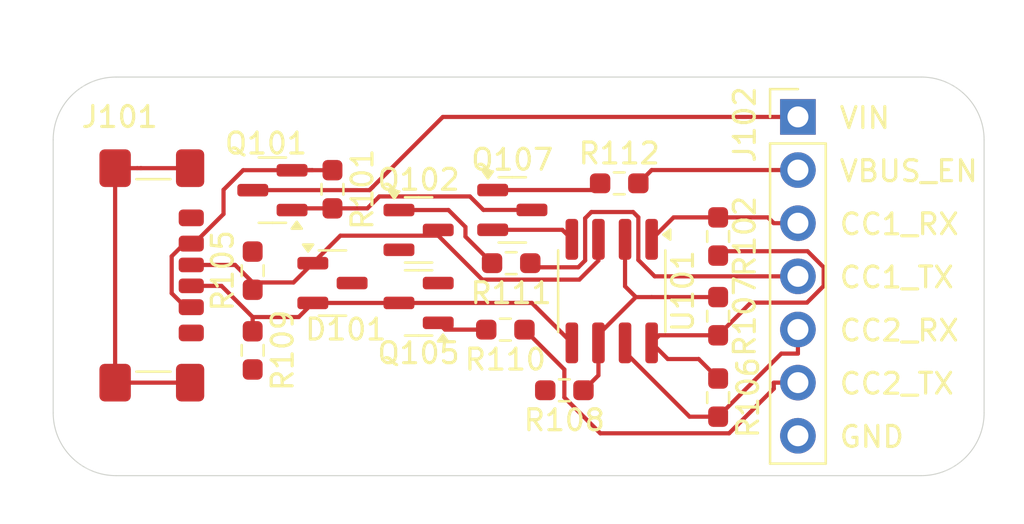
<source format=kicad_pcb>
(kicad_pcb (version 20240108) (generator "pcbnew") (generator_version "8.0")
  (layers (0 "F.Cu" signal) (1 "In1.Cu" power) (2 "In2.Cu" power) (31 "B.Cu" signal) (34 "B.Paste" user) (35 "F.Paste" user) (36 "B.SilkS" user "B.Silkscreen") (37 "F.SilkS" user "F.Silkscreen") (38 "B.Mask" user) (39 "F.Mask" user) (44 "Edge.Cuts" user))
  (net 0 "")
  (net 1 "/USB_CC2")
  (net 2 "/USB_CC1")
  (net 3 "GND")
  (net 4 "/VBUS")
  (net 5 "unconnected-(J101-SHIELD-PadS1)")
  (net 6 "Net-(Q101-B)")
  (net 7 "/VIN")
  (net 8 "Net-(Q102-B)")
  (net 9 "Net-(Q105-B)")
  (net 10 "Net-(Q107-B)")
  (net 11 "+3V3")
  (net 12 "/RP2040_CC1_RX")
  (net 13 "/RP2040_CC2_RX")
  (net 14 "/275mV")
  (net 15 "/RP2040_CC2_TX")
  (net 16 "/RP2040_VBUS_EN")
  (net 17 "/RP2040_CC1_TX")
  (footprint "Connector_PinHeader_2.54mm:PinHeader_1x07_P2.54mm_Vertical" (layer "F.Cu") (at 124.46 63.5)
    (property "Reference" "J102" (at -2.54 0.3633 90) (layer "F.SilkS"))
    (property "Value" "Conn_01x07")
    (fp_line (start -1.33 -1.33) (end 0 -1.33) (stroke (width 0.12)) (layer "F.SilkS"))
    (fp_line (start -1.33 0) (end -1.33 -1.33) (stroke (width 0.12)) (layer "F.SilkS"))
    (fp_line (start -1.33 1.27) (end -1.33 16.57) (stroke (width 0.12)) (layer "F.SilkS"))
    (fp_line (start -1.33 1.27) (end 1.33 1.27) (stroke (width 0.12)) (layer "F.SilkS"))
    (fp_line (start -1.33 16.57) (end 1.33 16.57) (stroke (width 0.12)) (layer "F.SilkS"))
    (fp_line (start 1.33 1.27) (end 1.33 16.57) (stroke (width 0.12)) (layer "F.SilkS"))
    (pad "1" thru_hole rect (at 0 0) (size 1.7 1.7) (drill 1) (layers "*.Cu" "*.Mask") (net 7 "/VIN"))
    (pad "2" thru_hole oval (at 0 2.54) (size 1.7 1.7) (drill 1) (layers "*.Cu" "*.Mask") (net 16 "/RP2040_VBUS_EN"))
    (pad "3" thru_hole oval (at 0 5.08) (size 1.7 1.7) (drill 1) (layers "*.Cu" "*.Mask") (net 12 "/RP2040_CC1_RX"))
    (pad "4" thru_hole oval (at 0 7.62) (size 1.7 1.7) (drill 1) (layers "*.Cu" "*.Mask") (net 17 "/RP2040_CC1_TX"))
    (pad "5" thru_hole oval (at 0 10.16) (size 1.7 1.7) (drill 1) (layers "*.Cu" "*.Mask") (net 13 "/RP2040_CC2_RX"))
    (pad "6" thru_hole oval (at 0 12.7) (size 1.7 1.7) (drill 1) (layers "*.Cu" "*.Mask") (net 15 "/RP2040_CC2_TX"))
    (pad "7" thru_hole oval (at 0 15.24) (size 1.7 1.7) (drill 1) (layers "*.Cu" "*.Mask") (net 3 "GND"))
  )
  (footprint "Package_TO_SOT_SMD:SOT-23" (layer "F.Cu") (at 110.8225 67.945)
    (property "Reference" "Q107" (at 0 -2.4 0) (layer "F.SilkS"))
    (property "Value" "MMBT3904")
    (fp_line (start 0 -1.56) (end -0.65 -1.56) (stroke (width 0.12)) (layer "F.SilkS"))
    (fp_line (start 0 -1.56) (end 0.65 -1.56) (stroke (width 0.12)) (layer "F.SilkS"))
    (fp_line (start 0 1.56) (end -0.65 1.56) (stroke (width 0.12)) (layer "F.SilkS"))
    (fp_line (start 0 1.56) (end 0.65 1.56) (stroke (width 0.12)) (layer "F.SilkS"))
    (fp_poly (pts (xy -1.1625 -1.51) (xy -1.4025 -1.84) (xy -0.9225 -1.84) (xy -1.1625 -1.51)) (stroke (width 0.12)) (fill solid) (layer "F.SilkS"))
    (pad "1" smd roundrect (at -0.9375 -0.95) (size 1.475 0.6) (layers "F.Cu" "F.Paste" "F.Mask") (net 10 "Net-(Q107-B)"))
    (pad "2" smd roundrect (at -0.9375 0.95) (size 1.475 0.6) (layers "F.Cu" "F.Paste" "F.Mask") (net 3 "GND"))
    (pad "3" smd roundrect (at 0.9375 0) (size 1.475 0.6) (layers "F.Cu" "F.Paste" "F.Mask") (net 6 "Net-(Q101-B)"))
  )
  (footprint "Package_TO_SOT_SMD:SOT-23" (layer "F.Cu") (at 102.235 71.4408)
    (property "Reference" "D101" (at 0.635 2.2192 0) (layer "F.SilkS"))
    (property "Value" "SP0502BAHT")
    (fp_line (start 0 -1.560001) (end -0.65 -1.56) (stroke (width 0.12)) (layer "F.SilkS"))
    (fp_line (start 0 -1.560001) (end 0.65 -1.56) (stroke (width 0.12)) (layer "F.SilkS"))
    (fp_line (start 0 1.560001) (end -0.65 1.56) (stroke (width 0.12)) (layer "F.SilkS"))
    (fp_line (start 0 1.560001) (end 0.65 1.56) (stroke (width 0.12)) (layer "F.SilkS"))
    (fp_poly (pts (xy -1.1625 -1.51) (xy -1.4025 -1.84) (xy -0.9225 -1.839999) (xy -1.1625 -1.51)) (stroke (width 0.12)) (fill solid) (layer "F.SilkS"))
    (pad "1" smd roundrect (at -0.9375 -0.95) (size 1.475 0.6) (layers "F.Cu" "F.Paste" "F.Mask") (net 2 "/USB_CC1"))
    (pad "2" smd roundrect (at -0.9375 0.95) (size 1.475 0.6) (layers "F.Cu" "F.Paste" "F.Mask") (net 1 "/USB_CC2"))
    (pad "3" smd roundrect (at 0.937501 0) (size 1.475 0.6) (layers "F.Cu" "F.Paste" "F.Mask") (net 3 "GND"))
  )
  (footprint "Connector_USB:USB_C_Receptacle_GCT_USB4135-GF-A_6P_TopMnt_Horizontal" (layer "F.Cu") (at 92.46 71.075 -90)
    (property "Reference" "J101" (at -7.575 0.385 0) (layer "F.SilkS"))
    (property "Value" "USB_C_Receptacle_USB2.0_14P")
    (fp_line (start -4.6 -2.04) (end -4.6 -0.41) (stroke (width 0.12)) (layer "F.SilkS"))
    (fp_line (start 4.6 -2.04) (end 4.6 -0.41) (stroke (width 0.12)) (layer "F.SilkS"))
    (pad "A5" smd roundrect (at -0.5 -3.0325 270) (size 0.7 1.2) (layers "F.Cu" "F.Paste" "F.Mask") (net 2 "/USB_CC1"))
    (pad "A9" smd roundrect (at 1.52 -3.0325 90) (size 0.76 1.2) (layers "F.Cu" "F.Paste" "F.Mask") (net 4 "/VBUS"))
    (pad "A12" smd roundrect (at 2.75 -3.0325 90) (size 0.8 1.2) (layers "F.Cu" "F.Paste" "F.Mask") (net 3 "GND"))
    (pad "B5" smd roundrect (at 0.5 -3.0325 90) (size 0.7 1.2) (layers "F.Cu" "F.Paste" "F.Mask") (net 1 "/USB_CC2"))
    (pad "B9" smd roundrect (at -1.52 -3.0325 270) (size 0.76 1.2) (layers "F.Cu" "F.Paste" "F.Mask") (net 4 "/VBUS"))
    (pad "B12" smd roundrect (at -2.75 -3.0325 270) (size 0.8 1.2) (layers "F.Cu" "F.Paste" "F.Mask") (net 3 "GND"))
    (pad "S1" smd roundrect (at -5.125 -2.9775 270) (size 1.8 1.35) (layers "F.Cu" "F.Paste" "F.Mask") (roundrect_rratio 0.1851851852) (net 5 "unconnected-(J101-SHIELD-PadS1)"))
    (pad "S1" smd roundrect (at -5.125 0.6025 270) (size 1.8 1.5) (layers "F.Cu" "F.Paste" "F.Mask") (roundrect_rratio 0.1666666667) (net 5 "unconnected-(J101-SHIELD-PadS1)"))
    (pad "S1" smd roundrect (at 5.125 -2.9775 270) (size 1.8 1.35) (layers "F.Cu" "F.Paste" "F.Mask") (roundrect_rratio 0.1851851852) (net 5 "unconnected-(J101-SHIELD-PadS1)"))
    (pad "S1" smd roundrect (at 5.125 0.6025 270) (size 1.8 1.5) (layers "F.Cu" "F.Paste" "F.Mask") (roundrect_rratio 0.1666666667) (net 5 "unconnected-(J101-SHIELD-PadS1)"))
  )
  (footprint "Resistor_SMD:R_0603_1608Metric_Pad0.98x0.95mm_HandSolder" (layer "F.Cu") (at 98.425 70.8483 90)
    (property "Reference" "R105" (at 0 -1.43 90) (layer "F.SilkS"))
    (property "Value" "5k1")
    (fp_line (start -0.254724 -0.5225) (end 0.254724 -0.5225) (stroke (width 0.12)) (layer "F.SilkS"))
    (fp_line (start -0.254724 0.5225) (end 0.254724 0.5225) (stroke (width 0.12)) (layer "F.SilkS"))
    (pad "1" smd roundrect (at -0.9125 0 90) (size 0.975 0.95) (layers "F.Cu" "F.Paste" "F.Mask") (net 2 "/USB_CC1"))
    (pad "2" smd roundrect (at 0.9125 0 90) (size 0.975 0.95) (layers "F.Cu" "F.Paste" "F.Mask") (net 3 "GND"))
  )
  (footprint "Package_TO_SOT_SMD:SOT-23" (layer "F.Cu") (at 99.3675 67.0008 180)
    (property "Reference" "Q101" (at 0.3075 2.2308 0) (layer "F.SilkS"))
    (property "Value" "MMBT3906")
    (fp_line (start 0 1.560001) (end 0.65 1.56) (stroke (width 0.12)) (layer "F.SilkS"))
    (fp_line (start 0 1.560001) (end -0.65 1.56) (stroke (width 0.12)) (layer "F.SilkS"))
    (fp_line (start 0 -1.560001) (end 0.65 -1.56) (stroke (width 0.12)) (layer "F.SilkS"))
    (fp_line (start 0 -1.560001) (end -0.65 -1.56) (stroke (width 0.12)) (layer "F.SilkS"))
    (fp_poly (pts (xy -1.1625 -1.51) (xy -1.4025 -1.84) (xy -0.9225 -1.839999) (xy -1.1625 -1.51)) (stroke (width 0.12)) (fill solid) (layer "F.SilkS"))
    (pad "1" smd roundrect (at -0.9375 -0.95 180) (size 1.475 0.6) (layers "F.Cu" "F.Paste" "F.Mask") (net 6 "Net-(Q101-B)"))
    (pad "2" smd roundrect (at -0.9375 0.95 180) (size 1.475 0.6) (layers "F.Cu" "F.Paste" "F.Mask") (net 4 "/VBUS"))
    (pad "3" smd roundrect (at 0.937501 0 180) (size 1.475 0.6) (layers "F.Cu" "F.Paste" "F.Mask") (net 7 "/VIN"))
  )
  (footprint "Resistor_SMD:R_0603_1608Metric_Pad0.98x0.95mm_HandSolder" (layer "F.Cu") (at 120.65 69.215 90)
    (property "Reference" "R102" (at 0 1.27 90) (layer "F.SilkS"))
    (property "Value" "10k")
    (fp_line (start -0.254724 -0.5225) (end 0.254724 -0.5225) (stroke (width 0.12)) (layer "F.SilkS"))
    (fp_line (start -0.254724 0.5225) (end 0.254724 0.5225) (stroke (width 0.12)) (layer "F.SilkS"))
    (pad "1" smd roundrect (at -0.9125 0 90) (size 0.975 0.95) (layers "F.Cu" "F.Paste" "F.Mask") (net 11 "+3V3"))
    (pad "2" smd roundrect (at 0.9125 0 90) (size 0.975 0.95) (layers "F.Cu" "F.Paste" "F.Mask") (net 12 "/RP2040_CC1_RX"))
  )
  (footprint "Resistor_SMD:R_0603_1608Metric_Pad0.98x0.95mm_HandSolder" (layer "F.Cu") (at 110.49 73.6658 180)
    (property "Reference" "R110" (at 0 -1.43 0) (layer "F.SilkS"))
    (property "Value" "10k")
    (fp_line (start -0.254724 0.5225) (end 0.254724 0.5225) (stroke (width 0.12)) (layer "F.SilkS"))
    (fp_line (start -0.254724 -0.5225) (end 0.254724 -0.5225) (stroke (width 0.12)) (layer "F.SilkS"))
    (pad "1" smd roundrect (at -0.9125 0 180) (size 0.975 0.95) (layers "F.Cu" "F.Paste" "F.Mask") (net 15 "/RP2040_CC2_TX"))
    (pad "2" smd roundrect (at 0.9125 0 180) (size 0.975 0.95) (layers "F.Cu" "F.Paste" "F.Mask") (net 9 "Net-(Q105-B)"))
  )
  (footprint "Resistor_SMD:R_0603_1608Metric_Pad0.98x0.95mm_HandSolder" (layer "F.Cu") (at 98.425 74.6583 -90)
    (property "Reference" "R109" (at 0 -1.43 90) (layer "F.SilkS"))
    (property "Value" "5k1")
    (fp_line (start -0.254724 0.5225) (end 0.254724 0.5225) (stroke (width 0.12)) (layer "F.SilkS"))
    (fp_line (start -0.254724 -0.5225) (end 0.254724 -0.5225) (stroke (width 0.12)) (layer "F.SilkS"))
    (pad "1" smd roundrect (at -0.9125 0 270) (size 0.975 0.95) (layers "F.Cu" "F.Paste" "F.Mask") (net 1 "/USB_CC2"))
    (pad "2" smd roundrect (at 0.9125 0 270) (size 0.975 0.95) (layers "F.Cu" "F.Paste" "F.Mask") (net 3 "GND"))
  )
  (footprint "Package_SO:SOIC-8_3.9x4.9mm_P1.27mm" (layer "F.Cu") (at 115.57 71.8258 -90)
    (property "Reference" "U101" (at 0 -3.4 90) (layer "F.SilkS"))
    (property "Value" "LM393")
    (fp_line (start 0 2.559999) (end -1.95 2.56) (stroke (width 0.12)) (layer "F.SilkS"))
    (fp_line (start 0 2.559999) (end 1.95 2.56) (stroke (width 0.12)) (layer "F.SilkS"))
    (fp_line (start 0 -2.559999) (end -1.95 -2.56) (stroke (width 0.12)) (layer "F.SilkS"))
    (fp_line (start 0 -2.559999) (end 1.95 -2.56) (stroke (width 0.12)) (layer "F.SilkS"))
    (fp_poly (pts (xy -2.7 -2.465) (xy -2.939999 -2.795) (xy -2.46 -2.795) (xy -2.7 -2.465)) (stroke (width 0.12)) (fill solid) (layer "F.SilkS"))
    (pad "1" smd roundrect (at -2.475 -1.905 270) (size 1.95 0.6) (layers "F.Cu" "F.Paste" "F.Mask") (net 12 "/RP2040_CC1_RX"))
    (pad "2" smd roundrect (at -2.475 -0.635 270) (size 1.95 0.6) (layers "F.Cu" "F.Paste" "F.Mask") (net 14 "/275mV"))
    (pad "3" smd roundrect (at -2.475 0.635 270) (size 1.95 0.6) (layers "F.Cu" "F.Paste" "F.Mask") (net 2 "/USB_CC1"))
    (pad "4" smd roundrect (at -2.475 1.905 270) (size 1.95 0.6) (layers "F.Cu" "F.Paste" "F.Mask") (net 3 "GND"))
    (pad "5" smd roundrect (at 2.475 1.905 270) (size 1.95 0.6) (layers "F.Cu" "F.Paste" "F.Mask") (net 1 "/USB_CC2"))
    (pad "6" smd roundrect (at 2.475 0.635 270) (size 1.95 0.6) (layers "F.Cu" "F.Paste" "F.Mask") (net 14 "/275mV"))
    (pad "7" smd roundrect (at 2.475 -0.635 270) (size 1.95 0.6) (layers "F.Cu" "F.Paste" "F.Mask") (net 13 "/RP2040_CC2_RX"))
    (pad "8" smd roundrect (at 2.475 -1.905 270) (size 1.95 0.6) (layers "F.Cu" "F.Paste" "F.Mask") (net 11 "+3V3"))
  )
  (footprint "Resistor_SMD:R_0603_1608Metric_Pad0.98x0.95mm_HandSolder" (layer "F.Cu") (at 113.3075 76.565 180)
    (property "Reference" "R108" (at 0 -1.43 0) (layer "F.SilkS"))
    (property "Value" "10k")
    (fp_line (start -0.254724 0.5225) (end 0.254724 0.5225) (stroke (width 0.12)) (layer "F.SilkS"))
    (fp_line (start -0.254724 -0.5225) (end 0.254724 -0.5225) (stroke (width 0.12)) (layer "F.SilkS"))
    (pad "1" smd roundrect (at -0.9125 0 180) (size 0.975 0.95) (layers "F.Cu" "F.Paste" "F.Mask") (net 14 "/275mV"))
    (pad "2" smd roundrect (at 0.9125 0 180) (size 0.975 0.95) (layers "F.Cu" "F.Paste" "F.Mask") (net 3 "GND"))
  )
  (footprint "Resistor_SMD:R_0603_1608Metric_Pad0.98x0.95mm_HandSolder" (layer "F.Cu") (at 115.9275 66.675)
    (property "Reference" "R112" (at 0 -1.43 0) (layer "F.SilkS"))
    (property "Value" "10k")
    (fp_line (start -0.254724 -0.5225) (end 0.254724 -0.5225) (stroke (width 0.12)) (layer "F.SilkS"))
    (fp_line (start -0.254724 0.5225) (end 0.254724 0.5225) (stroke (width 0.12)) (layer "F.SilkS"))
    (pad "1" smd roundrect (at -0.9125 0) (size 0.975 0.95) (layers "F.Cu" "F.Paste" "F.Mask") (net 10 "Net-(Q107-B)"))
    (pad "2" smd roundrect (at 0.9125 0) (size 0.975 0.95) (layers "F.Cu" "F.Paste" "F.Mask") (net 16 "/RP2040_VBUS_EN"))
  )
  (footprint "Resistor_SMD:R_0603_1608Metric_Pad0.98x0.95mm_HandSolder" (layer "F.Cu") (at 102.235 66.9583 -90)
    (property "Reference" "R101" (at 0 -1.43 90) (layer "F.SilkS"))
    (property "Value" "10k")
    (fp_line (start -0.254724 0.5225) (end 0.254724 0.5225) (stroke (width 0.12)) (layer "F.SilkS"))
    (fp_line (start -0.254724 -0.5225) (end 0.254724 -0.5225) (stroke (width 0.12)) (layer "F.SilkS"))
    (pad "1" smd roundrect (at -0.9125 0 270) (size 0.975 0.95) (layers "F.Cu" "F.Paste" "F.Mask") (net 4 "/VBUS"))
    (pad "2" smd roundrect (at 0.9125 0 270) (size 0.975 0.95) (layers "F.Cu" "F.Paste" "F.Mask") (net 6 "Net-(Q101-B)"))
  )
  (footprint "Package_TO_SOT_SMD:SOT-23" (layer "F.Cu") (at 106.3475 72.3908 180)
    (property "Reference" "Q105" (at 0 -2.4 0) (layer "F.SilkS"))
    (property "Value" "MMBT3904")
    (fp_line (start 0 1.560001) (end 0.65 1.56) (stroke (width 0.12)) (layer "F.SilkS"))
    (fp_line (start 0 1.560001) (end -0.65 1.56) (stroke (width 0.12)) (layer "F.SilkS"))
    (fp_line (start 0 -1.560001) (end 0.65 -1.56) (stroke (width 0.12)) (layer "F.SilkS"))
    (fp_line (start 0 -1.560001) (end -0.65 -1.56) (stroke (width 0.12)) (layer "F.SilkS"))
    (fp_poly (pts (xy -1.1625 -1.51) (xy -1.4025 -1.84) (xy -0.9225 -1.839999) (xy -1.1625 -1.51)) (stroke (width 0.12)) (fill solid) (layer "F.SilkS"))
    (pad "1" smd roundrect (at -0.9375 -0.95 180) (size 1.475 0.6) (layers "F.Cu" "F.Paste" "F.Mask") (net 9 "Net-(Q105-B)"))
    (pad "2" smd roundrect (at -0.9375 0.95 180) (size 1.475 0.6) (layers "F.Cu" "F.Paste" "F.Mask") (net 3 "GND"))
    (pad "3" smd roundrect (at 0.937501 0 180) (size 1.475 0.6) (layers "F.Cu" "F.Paste" "F.Mask") (net 1 "/USB_CC2"))
  )
  (footprint "Package_TO_SOT_SMD:SOT-23" (layer "F.Cu") (at 106.3475 68.9008)
    (property "Reference" "Q102" (at 0 -2.4 0) (layer "F.SilkS"))
    (property "Value" "MMBT3904")
    (fp_line (start 0 -1.560001) (end -0.65 -1.56) (stroke (width 0.12)) (layer "F.SilkS"))
    (fp_line (start 0 -1.560001) (end 0.65 -1.56) (stroke (width 0.12)) (layer "F.SilkS"))
    (fp_line (start 0 1.560001) (end -0.65 1.56) (stroke (width 0.12)) (layer "F.SilkS"))
    (fp_line (start 0 1.560001) (end 0.65 1.56) (stroke (width 0.12)) (layer "F.SilkS"))
    (fp_poly (pts (xy -1.1625 -1.51) (xy -1.4025 -1.84) (xy -0.9225 -1.839999) (xy -1.1625 -1.51)) (stroke (width 0.12)) (fill solid) (layer "F.SilkS"))
    (pad "1" smd roundrect (at -0.9375 -0.95) (size 1.475 0.6) (layers "F.Cu" "F.Paste" "F.Mask") (net 8 "Net-(Q102-B)"))
    (pad "2" smd roundrect (at -0.9375 0.95) (size 1.475 0.6) (layers "F.Cu" "F.Paste" "F.Mask") (net 3 "GND"))
    (pad "3" smd roundrect (at 0.937501 0) (size 1.475 0.6) (layers "F.Cu" "F.Paste" "F.Mask") (net 2 "/USB_CC1"))
  )
  (footprint "Resistor_SMD:R_0603_1608Metric_Pad0.98x0.95mm_HandSolder" (layer "F.Cu") (at 110.7675 70.4908 180)
    (property "Reference" "R111" (at 0 -1.43 0) (layer "F.SilkS"))
    (property "Value" "10k")
    (fp_line (start -0.254724 0.5225) (end 0.254724 0.5225) (stroke (width 0.12)) (layer "F.SilkS"))
    (fp_line (start -0.254724 -0.5225) (end 0.254724 -0.5225) (stroke (width 0.12)) (layer "F.SilkS"))
    (pad "1" smd roundrect (at -0.9125 0 180) (size 0.975 0.95) (layers "F.Cu" "F.Paste" "F.Mask") (net 17 "/RP2040_CC1_TX"))
    (pad "2" smd roundrect (at 0.9125 0 180) (size 0.975 0.95) (layers "F.Cu" "F.Paste" "F.Mask") (net 8 "Net-(Q102-B)"))
  )
  (footprint "Resistor_SMD:R_0603_1608Metric_Pad0.98x0.95mm_HandSolder" (layer "F.Cu") (at 120.65 76.915 -90)
    (property "Reference" "R106" (at 0 -1.43 90) (layer "F.SilkS"))
    (property "Value" "10k")
    (fp_line (start -0.254724 0.5225) (end 0.254724 0.5225) (stroke (width 0.12)) (layer "F.SilkS"))
    (fp_line (start -0.254724 -0.5225) (end 0.254724 -0.5225) (stroke (width 0.12)) (layer "F.SilkS"))
    (pad "1" smd roundrect (at -0.9125 0 270) (size 0.975 0.95) (layers "F.Cu" "F.Paste" "F.Mask") (net 11 "+3V3"))
    (pad "2" smd roundrect (at 0.9125 0 270) (size 0.975 0.95) (layers "F.Cu" "F.Paste" "F.Mask") (net 13 "/RP2040_CC2_RX"))
  )
  (footprint "Resistor_SMD:R_0603_1608Metric_Pad0.98x0.95mm_HandSolder" (layer "F.Cu") (at 120.65 73.025 90)
    (property "Reference" "R107" (at 0 1.27 90) (layer "F.SilkS"))
    (property "Value" "120k")
    (fp_line (start -0.254724 -0.5225) (end 0.254724 -0.5225) (stroke (width 0.12)) (layer "F.SilkS"))
    (fp_line (start -0.254724 0.5225) (end 0.254724 0.5225) (stroke (width 0.12)) (layer "F.SilkS"))
    (pad "1" smd roundrect (at -0.9125 0 90) (size 0.975 0.95) (layers "F.Cu" "F.Paste" "F.Mask") (net 11 "+3V3"))
    (pad "2" smd roundrect (at 0.9125 0 90) (size 0.975 0.95) (layers "F.Cu" "F.Paste" "F.Mask") (net 14 "/275mV"))
  )
  (gr_arc (start 88.9 64.595) (mid 89.77868 62.47368) (end 91.9 61.595) (stroke (width 0.05)) (layer "Edge.Cuts"))
  (gr_arc (start 130.35 61.595) (mid 132.47132 62.47368) (end 133.35 64.595) (stroke (width 0.05)) (layer "Edge.Cuts"))
  (gr_line (start 88.9 77.645) (end 88.9 64.595) (stroke (width 0.05)) (layer "Edge.Cuts"))
  (gr_arc (start 133.35 77.645) (mid 132.47132 79.76632) (end 130.35 80.645) (stroke (width 0.05)) (layer "Edge.Cuts"))
  (gr_line (start 133.35 64.595) (end 133.35 77.645) (stroke (width 0.05)) (layer "Edge.Cuts"))
  (gr_arc (start 91.9 80.645) (mid 89.77868 79.76632) (end 88.9 77.645) (stroke (width 0.05)) (layer "Edge.Cuts"))
  (gr_line (start 130.35 80.645) (end 91.9 80.645) (stroke (width 0.05)) (layer "Edge.Cuts"))
  (gr_line (start 91.9 61.595) (end 130.35 61.595) (stroke (width 0.05)) (layer "Edge.Cuts"))
  (gr_text "VIN" (at 126.365 64.135 0) (layer "F.SilkS") (effects (font (size 1 1)) (justify left bottom)))
  (gr_text "CC2_RX" (at 126.365 74.295 0) (layer "F.SilkS") (effects (font (size 1 1)) (justify left bottom)))
  (gr_text "CC1_TX" (at 126.365 71.755 0) (layer "F.SilkS") (effects (font (size 1 1)) (justify left bottom)))
  (gr_text "CC2_TX" (at 126.365 76.835 0) (layer "F.SilkS") (effects (font (size 1 1)) (justify left bottom)))
  (gr_text "CC1_RX" (at 126.365 69.215 0) (layer "F.SilkS") (effects (font (size 1 1)) (justify left bottom)))
  (gr_text "GND" (at 126.365 79.375 0) (layer "F.SilkS") (effects (font (size 1 1)) (justify left bottom)))
  (gr_text "VBUS_EN" (at 126.365 66.675 0) (layer "F.SilkS") (effects (font (size 1 1)) (justify left bottom)))
  (segment (start 101.2975 72.3908) (end 105.41 72.3908) (width 0.2) (layer "F.Cu") (net 1))
  (segment (start 98.425 73.7458) (end 98.425 73.0661) (width 0.2) (layer "F.Cu") (net 1))
  (segment (start 98.425 73.0661) (end 100.6222 73.0661) (width 0.2) (layer "F.Cu") (net 1))
  (segment (start 111.755 72.3908) (end 113.665 74.3008) (width 0.2) (layer "F.Cu") (net 1))
  (segment (start 100.6222 73.0661) (end 101.2975 72.3908) (width 0.2) (layer "F.Cu") (net 1))
  (segment (start 96.9339 71.575) (end 95.4925 71.575) (width 0.2) (layer "F.Cu") (net 1))
  (segment (start 105.41 72.3908) (end 111.755 72.3908) (width 0.2) (layer "F.Cu") (net 1))
  (segment (start 98.425 73.0661) (end 96.9339 71.575) (width 0.2) (layer "F.Cu") (net 1))
  (segment (start 97.5878 70.575) (end 98.425 71.4122) (width 0.2) (layer "F.Cu") (net 2))
  (segment (start 102.6128 69.1755) (end 101.2975 70.4908) (width 0.2) (layer "F.Cu") (net 2))
  (segment (start 101.2975 70.4908) (end 100.3761 71.4122) (width 0.2) (layer "F.Cu") (net 2))
  (segment (start 98.425 71.4122) (end 98.425 71.7608) (width 0.2) (layer "F.Cu") (net 2))
  (segment (start 100.3761 71.4122) (end 98.425 71.4122) (width 0.2) (layer "F.Cu") (net 2))
  (segment (start 107.285 68.9008) (end 107.285 69.1755) (width 0.2) (layer "F.Cu") (net 2))
  (segment (start 109.3854 71.2759) (end 114.0241 71.2759) (width 0.2) (layer "F.Cu") (net 2))
  (segment (start 114.0241 71.2759) (end 114.935 70.365) (width 0.2) (layer "F.Cu") (net 2))
  (segment (start 95.4925 70.575) (end 97.5878 70.575) (width 0.2) (layer "F.Cu") (net 2))
  (segment (start 114.935 70.365) (end 114.935 69.3508) (width 0.2) (layer "F.Cu") (net 2))
  (segment (start 107.285 69.1755) (end 102.6128 69.1755) (width 0.2) (layer "F.Cu") (net 2))
  (segment (start 107.285 69.1755) (end 109.3854 71.2759) (width 0.2) (layer "F.Cu") (net 2))
  (segment (start 113.2092 68.895) (end 109.885 68.895) (width 0.2) (layer "F.Cu") (net 3))
  (segment (start 113.665 69.3508) (end 113.2092 68.895) (width 0.2) (layer "F.Cu") (net 3))
  (segment (start 101.2725 66.0458) (end 97.9712 66.0458) (width 0.2) (layer "F.Cu") (net 4))
  (segment (start 94.5581 71.9284) (end 95.2247 72.595) (width 0.2) (layer "F.Cu") (net 4))
  (segment (start 97.0333 68.1407) (end 95.619 69.555) (width 0.2) (layer "F.Cu") (net 4))
  (segment (start 95.619 69.555) (end 95.4925 69.555) (width 0.2) (layer "F.Cu") (net 4))
  (segment (start 97.9712 66.0458) (end 97.0333 66.9837) (width 0.2) (layer "F.Cu") (net 4))
  (segment (start 95.2247 72.595) (end 95.4925 72.595) (width 0.2) (layer "F.Cu") (net 4))
  (segment (start 95.4925 69.555) (end 95.1647 69.555) (width 0.2) (layer "F.Cu") (net 4))
  (segment (start 100.31 66.0458) (end 100.305 66.0508) (width 0.2) (layer "F.Cu") (net 4))
  (segment (start 102.235 66.0458) (end 101.2725 66.0458) (width 0.2) (layer "F.Cu") (net 4))
  (segment (start 94.5581 70.1616) (end 94.5581 71.9284) (width 0.2) (layer "F.Cu") (net 4))
  (segment (start 101.2725 66.0458) (end 100.31 66.0458) (width 0.2) (layer "F.Cu") (net 4))
  (segment (start 95.1647 69.555) (end 94.5581 70.1616) (width 0.2) (layer "F.Cu") (net 4))
  (segment (start 97.0333 66.9837) (end 97.0333 68.1407) (width 0.2) (layer "F.Cu") (net 4))
  (segment (start 93.0665 65.95) (end 92.9154 65.95) (width 0.2) (layer "F.Cu") (net 5))
  (segment (start 95.4375 65.95) (end 93.1078 65.95) (width 0.2) (layer "F.Cu") (net 5))
  (segment (start 93.1078 65.95) (end 93.0665 65.95) (width 0.2) (layer "F.Cu") (net 5))
  (segment (start 92.9154 65.95) (end 91.8575 65.95) (width 0.2) (layer "F.Cu") (net 5))
  (segment (start 91.8575 65.95) (end 91.8575 76.2) (width 0.2) (layer "F.Cu") (net 5))
  (segment (start 95.4375 76.2) (end 91.8575 76.2) (width 0.2) (layer "F.Cu") (net 5))
  (segment (start 111.76 67.945) (end 109.4417 67.945) (width 0.2) (layer "F.Cu") (net 6))
  (segment (start 108.7976 67.3009) (end 104.4718 67.3009) (width 0.2) (layer "F.Cu") (net 6))
  (segment (start 103.9019 67.8708) (end 102.235 67.8708) (width 0.2) (layer "F.Cu") (net 6))
  (segment (start 102.235 67.8708) (end 100.385 67.8708) (width 0.2) (layer "F.Cu") (net 6))
  (segment (start 100.385 67.8708) (end 100.305 67.9508) (width 0.2) (layer "F.Cu") (net 6))
  (segment (start 104.4718 67.3009) (end 103.9019 67.8708) (width 0.2) (layer "F.Cu") (net 6))
  (segment (start 109.4417 67.945) (end 108.7976 67.3009) (width 0.2) (layer "F.Cu") (net 6))
  (segment (start 104.17 66.8345) (end 104.0052 66.9993) (width 0.2) (layer "F.Cu") (net 7))
  (segment (start 104.0052 66.9993) (end 98.4315 66.9993) (width 0.2) (layer "F.Cu") (net 7))
  (segment (start 107.5045 63.5) (end 104.17 66.8345) (width 0.2) (layer "F.Cu") (net 7))
  (segment (start 124.46 63.5) (end 107.5045 63.5) (width 0.2) (layer "F.Cu") (net 7))
  (segment (start 98.4315 66.9993) (end 98.43 67.0008) (width 0.2) (layer "F.Cu") (net 7))
  (segment (start 104.17 66.8345) (end 104.0052 66.9993) (width 0.2) (layer "F.Cu") (net 7))
  (segment (start 108.585 68.7604) (end 107.7754 67.9508) (width 0.2) (layer "F.Cu") (net 8))
  (segment (start 107.7754 67.9508) (end 105.41 67.9508) (width 0.2) (layer "F.Cu") (net 8))
  (segment (start 109.855 70.4908) (end 108.585 69.2208) (width 0.2) (layer "F.Cu") (net 8))
  (segment (start 108.585 69.2208) (end 108.585 68.7604) (width 0.2) (layer "F.Cu") (net 8))
  (segment (start 109.5775 73.6658) (end 107.61 73.6658) (width 0.2) (layer "F.Cu") (net 9))
  (segment (start 107.61 73.6658) (end 107.285 73.3408) (width 0.2) (layer "F.Cu") (net 9))
  (segment (start 109.885 66.995) (end 114.695 66.995) (width 0.2) (layer "F.Cu") (net 10))
  (segment (start 114.695 66.995) (end 115.015 66.675) (width 0.2) (layer "F.Cu") (net 10))
  (segment (start 122.2126 72.3749) (end 120.65 73.9375) (width 0.2) (layer "F.Cu") (net 11))
  (segment (start 120.65 73.9375) (end 117.8383 73.9375) (width 0.2) (layer "F.Cu") (net 11))
  (segment (start 119.7211 75.0736) (end 119.7211 75.0735) (width 0.2) (layer "F.Cu") (net 11))
  (segment (start 124.8932 72.3749) (end 122.2126 72.3749) (width 0.2) (layer "F.Cu") (net 11))
  (segment (start 124.9219 69.9194) (end 125.6896 70.6871) (width 0.2) (layer "F.Cu") (net 11))
  (segment (start 120.65 70.1275) (end 120.8581 69.9194) (width 0.2) (layer "F.Cu") (net 11))
  (segment (start 120.65 76.0025) (end 119.7211 75.0736) (width 0.2) (layer "F.Cu") (net 11))
  (segment (start 120.8581 69.9194) (end 124.9219 69.9194) (width 0.2) (layer "F.Cu") (net 11))
  (segment (start 117.8383 73.9375) (end 117.475 74.3008) (width 0.2) (layer "F.Cu") (net 11))
  (segment (start 125.6896 71.5785) (end 124.8932 72.3749) (width 0.2) (layer "F.Cu") (net 11))
  (segment (start 125.6896 70.6871) (end 125.6896 71.5785) (width 0.2) (layer "F.Cu") (net 11))
  (segment (start 119.7211 75.0735) (end 118.2477 75.0735) (width 0.2) (layer "F.Cu") (net 11))
  (segment (start 118.2477 75.0735) (end 117.475 74.3008) (width 0.2) (layer "F.Cu") (net 11))
  (segment (start 120.65 68.3025) (end 123.0308 68.3025) (width 0.2) (layer "F.Cu") (net 12))
  (segment (start 124.46 68.58) (end 123.3083 68.58) (width 0.2) (layer "F.Cu") (net 12))
  (segment (start 117.475 69.3508) (end 118.5233 68.3025) (width 0.2) (layer "F.Cu") (net 12))
  (segment (start 123.0308 68.3025) (end 123.3083 68.58) (width 0.2) (layer "F.Cu") (net 12))
  (segment (start 118.5233 68.3025) (end 120.65 68.3025) (width 0.2) (layer "F.Cu") (net 12))
  (segment (start 123.6658 74.8117) (end 124.46 74.8117) (width 0.2) (layer "F.Cu") (net 13))
  (segment (start 119.2865 77.8275) (end 120.65 77.8275) (width 0.2) (layer "F.Cu") (net 13))
  (segment (start 124.46 73.66) (end 124.46 74.8117) (width 0.2) (layer "F.Cu") (net 13))
  (segment (start 120.65 77.8275) (end 123.6658 74.8117) (width 0.2) (layer "F.Cu") (net 13))
  (segment (start 116.205 74.746) (end 119.2865 77.8275) (width 0.2) (layer "F.Cu") (net 13))
  (segment (start 116.205 74.3008) (end 116.205 74.746) (width 0.2) (layer "F.Cu") (net 13))
  (segment (start 114.935 75.85) (end 114.22 76.565) (width 0.2) (layer "F.Cu") (net 14))
  (segment (start 117.4736 72.1125) (end 116.7216 72.1125) (width 0.2) (layer "F.Cu") (net 14))
  (segment (start 114.935 74.3008) (end 114.935 75.85) (width 0.2) (layer "F.Cu") (net 14))
  (segment (start 116.7216 72.1125) (end 114.935 73.8991) (width 0.2) (layer "F.Cu") (net 14))
  (segment (start 116.205 71.5959) (end 116.7216 72.1125) (width 0.2) (layer "F.Cu") (net 14))
  (segment (start 116.205 69.3508) (end 116.205 71.5959) (width 0.2) (layer "F.Cu") (net 14))
  (segment (start 118.2669 72.1125) (end 118.2256 72.1125) (width 0.2) (layer "F.Cu") (net 14))
  (segment (start 118.2256 72.1125) (end 117.4736 72.1125) (width 0.2) (layer "F.Cu") (net 14))
  (segment (start 120.65 72.1125) (end 118.2669 72.1125) (width 0.2) (layer "F.Cu") (net 14))
  (segment (start 114.935 73.8991) (end 114.935 74.3008) (width 0.2) (layer "F.Cu") (net 14))
  (segment (start 113.3075 75.5708) (end 111.4025 73.6658) (width 0.2) (layer "F.Cu") (net 15))
  (segment (start 123.3083 76.4879) (end 121.1747 78.6215) (width 0.2) (layer "F.Cu") (net 15))
  (segment (start 113.3075 76.9058) (end 113.3075 75.5708) (width 0.2) (layer "F.Cu") (net 15))
  (segment (start 121.1747 78.6215) (end 115.0232 78.6215) (width 0.2) (layer "F.Cu") (net 15))
  (segment (start 123.3083 76.2) (end 123.3083 76.4879) (width 0.2) (layer "F.Cu") (net 15))
  (segment (start 124.46 76.2) (end 123.3083 76.2) (width 0.2) (layer "F.Cu") (net 15))
  (segment (start 115.0232 78.6215) (end 113.3075 76.9058) (width 0.2) (layer "F.Cu") (net 15))
  (segment (start 117.475 66.04) (end 116.84 66.675) (width 0.2) (layer "F.Cu") (net 16))
  (segment (start 124.46 66.04) (end 117.475 66.04) (width 0.2) (layer "F.Cu") (net 16))
  (segment (start 114.3 68.3434) (end 114.597 68.0464) (width 0.2) (layer "F.Cu") (net 17))
  (segment (start 116.84 68.2956) (end 116.84 70.3382) (width 0.2) (layer "F.Cu") (net 17))
  (segment (start 116.5908 68.0464) (end 116.84 68.2956) (width 0.2) (layer "F.Cu") (net 17))
  (segment (start 113.973 70.6883) (end 114.3 70.3613) (width 0.2) (layer "F.Cu") (net 17))
  (segment (start 116.84 70.3382) (end 117.6218 71.12) (width 0.2) (layer "F.Cu") (net 17))
  (segment (start 111.8775 70.6883) (end 113.973 70.6883) (width 0.2) (layer "F.Cu") (net 17))
  (segment (start 111.68 70.4908) (end 111.8775 70.6883) (width 0.2) (layer "F.Cu") (net 17))
  (segment (start 114.597 68.0464) (end 116.5908 68.0464) (width 0.2) (layer "F.Cu") (net 17))
  (segment (start 114.3 70.3613) (end 114.3 68.3434) (width 0.2) (layer "F.Cu") (net 17))
  (segment (start 117.6218 71.12) (end 124.46 71.12) (width 0.2) (layer "F.Cu") (net 17))
)
</source>
